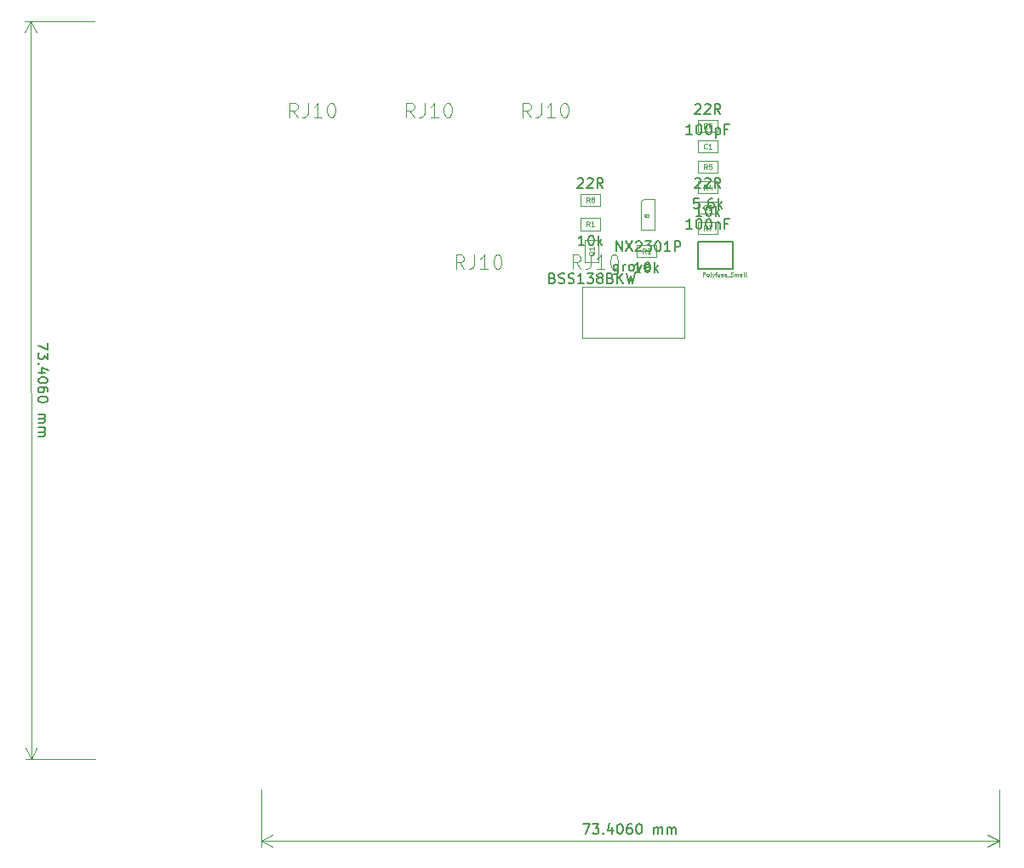
<source format=gbr>
G04 #@! TF.GenerationSoftware,KiCad,Pcbnew,6.0.5-a6ca702e91~116~ubuntu20.04.1*
G04 #@! TF.CreationDate,2022-05-16T19:37:38+02:00*
G04 #@! TF.ProjectId,1w-grove-v0.1,31772d67-726f-4766-952d-76302e312e6b,rev?*
G04 #@! TF.SameCoordinates,Original*
G04 #@! TF.FileFunction,AssemblyDrawing,Top*
%FSLAX46Y46*%
G04 Gerber Fmt 4.6, Leading zero omitted, Abs format (unit mm)*
G04 Created by KiCad (PCBNEW 6.0.5-a6ca702e91~116~ubuntu20.04.1) date 2022-05-16 19:37:38*
%MOMM*%
%LPD*%
G01*
G04 APERTURE LIST*
%ADD10C,0.150000*%
%ADD11C,0.120000*%
%ADD12C,0.080000*%
%ADD13C,0.050000*%
%ADD14C,0.015000*%
%ADD15C,0.100000*%
%ADD16C,0.127000*%
G04 APERTURE END LIST*
D10*
X28864347Y-82075601D02*
X28864529Y-82742267D01*
X27864412Y-82313968D01*
X28864607Y-83027982D02*
X28864775Y-83647029D01*
X28483732Y-83313800D01*
X28483771Y-83456657D01*
X28436178Y-83551908D01*
X28388572Y-83599540D01*
X28293347Y-83647185D01*
X28055251Y-83647250D01*
X27960000Y-83599657D01*
X27912368Y-83552051D01*
X27864723Y-83456826D01*
X27864646Y-83171111D01*
X27912239Y-83075860D01*
X27959845Y-83028228D01*
X27960130Y-84075847D02*
X27912524Y-84123479D01*
X27864892Y-84075873D01*
X27912498Y-84028241D01*
X27960130Y-84075847D01*
X27864892Y-84075873D01*
X28531805Y-84980453D02*
X27865139Y-84980635D01*
X28912693Y-84742254D02*
X28198342Y-84504354D01*
X28198511Y-85123401D01*
X28865333Y-85694648D02*
X28865359Y-85789886D01*
X28817766Y-85885137D01*
X28770160Y-85932769D01*
X28674935Y-85980414D01*
X28484472Y-86028085D01*
X28246376Y-86028150D01*
X28055887Y-85980583D01*
X27960636Y-85932990D01*
X27913004Y-85885384D01*
X27865359Y-85790159D01*
X27865333Y-85694921D01*
X27912926Y-85599670D01*
X27960532Y-85552038D01*
X28055757Y-85504393D01*
X28246221Y-85456722D01*
X28484316Y-85456657D01*
X28674805Y-85504224D01*
X28770056Y-85551817D01*
X28817688Y-85599423D01*
X28865333Y-85694648D01*
X28865657Y-86885124D02*
X28865606Y-86694648D01*
X28817961Y-86599423D01*
X28770329Y-86551817D01*
X28627445Y-86456618D01*
X28436956Y-86409051D01*
X28056004Y-86409155D01*
X27960779Y-86456800D01*
X27913173Y-86504432D01*
X27865580Y-86599683D01*
X27865632Y-86790159D01*
X27913277Y-86885384D01*
X27960909Y-86932990D01*
X28056160Y-86980583D01*
X28294255Y-86980518D01*
X28389480Y-86932873D01*
X28437086Y-86885241D01*
X28484679Y-86789990D01*
X28484627Y-86599514D01*
X28436982Y-86504289D01*
X28389350Y-86456683D01*
X28294099Y-86409090D01*
X28865852Y-87599410D02*
X28865878Y-87694648D01*
X28818285Y-87789899D01*
X28770679Y-87837531D01*
X28675454Y-87885176D01*
X28484991Y-87932847D01*
X28246895Y-87932912D01*
X28056406Y-87885345D01*
X27961155Y-87837752D01*
X27913523Y-87790146D01*
X27865878Y-87694921D01*
X27865852Y-87599683D01*
X27913445Y-87504432D01*
X27961051Y-87456799D01*
X28056276Y-87409154D01*
X28246740Y-87361484D01*
X28484835Y-87361419D01*
X28675324Y-87408986D01*
X28770575Y-87456579D01*
X28818207Y-87504185D01*
X28865852Y-87599410D01*
X27866267Y-89123492D02*
X28532934Y-89123310D01*
X28437696Y-89123336D02*
X28485328Y-89170942D01*
X28532973Y-89266168D01*
X28533012Y-89409025D01*
X28485419Y-89504276D01*
X28390194Y-89551921D01*
X27866384Y-89552063D01*
X28390194Y-89551921D02*
X28485445Y-89599514D01*
X28533090Y-89694739D01*
X28533129Y-89837596D01*
X28485535Y-89932847D01*
X28390310Y-89980492D01*
X27866501Y-89980635D01*
X27866631Y-90456825D02*
X28533297Y-90456644D01*
X28438059Y-90456670D02*
X28485691Y-90504276D01*
X28533336Y-90599501D01*
X28533375Y-90742358D01*
X28485782Y-90837609D01*
X28390557Y-90885254D01*
X27866747Y-90885397D01*
X28390557Y-90885254D02*
X28485808Y-90932847D01*
X28533453Y-91028072D01*
X28533492Y-91170929D01*
X28485899Y-91266180D01*
X28390674Y-91313825D01*
X27866864Y-91313968D01*
D11*
X33508000Y-50038000D02*
X26571580Y-50039890D01*
X33528000Y-123444000D02*
X26591580Y-123445890D01*
X27158000Y-50039730D02*
X27178000Y-123445730D01*
X27158000Y-50039730D02*
X27178000Y-123445730D01*
X27158000Y-50039730D02*
X26571886Y-51166393D01*
X27158000Y-50039730D02*
X27744728Y-51166074D01*
X27178000Y-123445730D02*
X27764114Y-122319067D01*
X27178000Y-123445730D02*
X26591272Y-122319386D01*
D10*
X82074333Y-129874379D02*
X82741000Y-129874379D01*
X82312428Y-130874379D01*
X83026714Y-129874379D02*
X83645761Y-129874379D01*
X83312428Y-130255332D01*
X83455285Y-130255332D01*
X83550523Y-130302951D01*
X83598142Y-130350570D01*
X83645761Y-130445808D01*
X83645761Y-130683903D01*
X83598142Y-130779141D01*
X83550523Y-130826760D01*
X83455285Y-130874379D01*
X83169571Y-130874379D01*
X83074333Y-130826760D01*
X83026714Y-130779141D01*
X84074333Y-130779141D02*
X84121952Y-130826760D01*
X84074333Y-130874379D01*
X84026714Y-130826760D01*
X84074333Y-130779141D01*
X84074333Y-130874379D01*
X84979095Y-130207713D02*
X84979095Y-130874379D01*
X84741000Y-129826760D02*
X84502904Y-130541046D01*
X85121952Y-130541046D01*
X85693380Y-129874379D02*
X85788619Y-129874379D01*
X85883857Y-129921999D01*
X85931476Y-129969618D01*
X85979095Y-130064856D01*
X86026714Y-130255332D01*
X86026714Y-130493427D01*
X85979095Y-130683903D01*
X85931476Y-130779141D01*
X85883857Y-130826760D01*
X85788619Y-130874379D01*
X85693380Y-130874379D01*
X85598142Y-130826760D01*
X85550523Y-130779141D01*
X85502904Y-130683903D01*
X85455285Y-130493427D01*
X85455285Y-130255332D01*
X85502904Y-130064856D01*
X85550523Y-129969618D01*
X85598142Y-129921999D01*
X85693380Y-129874379D01*
X86883857Y-129874379D02*
X86693380Y-129874379D01*
X86598142Y-129921999D01*
X86550523Y-129969618D01*
X86455285Y-130112475D01*
X86407666Y-130302951D01*
X86407666Y-130683903D01*
X86455285Y-130779141D01*
X86502904Y-130826760D01*
X86598142Y-130874379D01*
X86788619Y-130874379D01*
X86883857Y-130826760D01*
X86931476Y-130779141D01*
X86979095Y-130683903D01*
X86979095Y-130445808D01*
X86931476Y-130350570D01*
X86883857Y-130302951D01*
X86788619Y-130255332D01*
X86598142Y-130255332D01*
X86502904Y-130302951D01*
X86455285Y-130350570D01*
X86407666Y-130445808D01*
X87598142Y-129874379D02*
X87693380Y-129874379D01*
X87788619Y-129921999D01*
X87836238Y-129969618D01*
X87883857Y-130064856D01*
X87931476Y-130255332D01*
X87931476Y-130493427D01*
X87883857Y-130683903D01*
X87836238Y-130779141D01*
X87788619Y-130826760D01*
X87693380Y-130874379D01*
X87598142Y-130874379D01*
X87502904Y-130826760D01*
X87455285Y-130779141D01*
X87407666Y-130683903D01*
X87360047Y-130493427D01*
X87360047Y-130255332D01*
X87407666Y-130064856D01*
X87455285Y-129969618D01*
X87502904Y-129921999D01*
X87598142Y-129874379D01*
X89121952Y-130874379D02*
X89121952Y-130207713D01*
X89121952Y-130302951D02*
X89169571Y-130255332D01*
X89264809Y-130207713D01*
X89407666Y-130207713D01*
X89502904Y-130255332D01*
X89550523Y-130350570D01*
X89550523Y-130874379D01*
X89550523Y-130350570D02*
X89598142Y-130255332D01*
X89693380Y-130207713D01*
X89836238Y-130207713D01*
X89931476Y-130255332D01*
X89979095Y-130350570D01*
X89979095Y-130874379D01*
X90455285Y-130874379D02*
X90455285Y-130207713D01*
X90455285Y-130302951D02*
X90502904Y-130255332D01*
X90598142Y-130207713D01*
X90741000Y-130207713D01*
X90836238Y-130255332D01*
X90883857Y-130350570D01*
X90883857Y-130874379D01*
X90883857Y-130350570D02*
X90931476Y-130255332D01*
X91026714Y-130207713D01*
X91169571Y-130207713D01*
X91264809Y-130255332D01*
X91312428Y-130350570D01*
X91312428Y-130874379D01*
D11*
X123444000Y-126492000D02*
X123444000Y-132158419D01*
X50038000Y-126492000D02*
X50038000Y-132158419D01*
X123444000Y-131571999D02*
X50038000Y-131571999D01*
X123444000Y-131571999D02*
X50038000Y-131571999D01*
X123444000Y-131571999D02*
X122317496Y-130985578D01*
X123444000Y-131571999D02*
X122317496Y-132158420D01*
X50038000Y-131571999D02*
X51164504Y-132158420D01*
X50038000Y-131571999D02*
X51164504Y-130985578D01*
D10*
X92940380Y-61286380D02*
X92368952Y-61286380D01*
X92654666Y-61286380D02*
X92654666Y-60286380D01*
X92559428Y-60429238D01*
X92464190Y-60524476D01*
X92368952Y-60572095D01*
X93559428Y-60286380D02*
X93654666Y-60286380D01*
X93749904Y-60334000D01*
X93797523Y-60381619D01*
X93845142Y-60476857D01*
X93892761Y-60667333D01*
X93892761Y-60905428D01*
X93845142Y-61095904D01*
X93797523Y-61191142D01*
X93749904Y-61238761D01*
X93654666Y-61286380D01*
X93559428Y-61286380D01*
X93464190Y-61238761D01*
X93416571Y-61191142D01*
X93368952Y-61095904D01*
X93321333Y-60905428D01*
X93321333Y-60667333D01*
X93368952Y-60476857D01*
X93416571Y-60381619D01*
X93464190Y-60334000D01*
X93559428Y-60286380D01*
X94511809Y-60286380D02*
X94607047Y-60286380D01*
X94702285Y-60334000D01*
X94749904Y-60381619D01*
X94797523Y-60476857D01*
X94845142Y-60667333D01*
X94845142Y-60905428D01*
X94797523Y-61095904D01*
X94749904Y-61191142D01*
X94702285Y-61238761D01*
X94607047Y-61286380D01*
X94511809Y-61286380D01*
X94416571Y-61238761D01*
X94368952Y-61191142D01*
X94321333Y-61095904D01*
X94273714Y-60905428D01*
X94273714Y-60667333D01*
X94321333Y-60476857D01*
X94368952Y-60381619D01*
X94416571Y-60334000D01*
X94511809Y-60286380D01*
X95273714Y-60619714D02*
X95273714Y-61619714D01*
X95273714Y-60667333D02*
X95368952Y-60619714D01*
X95559428Y-60619714D01*
X95654666Y-60667333D01*
X95702285Y-60714952D01*
X95749904Y-60810190D01*
X95749904Y-61095904D01*
X95702285Y-61191142D01*
X95654666Y-61238761D01*
X95559428Y-61286380D01*
X95368952Y-61286380D01*
X95273714Y-61238761D01*
X96511809Y-60762571D02*
X96178476Y-60762571D01*
X96178476Y-61286380D02*
X96178476Y-60286380D01*
X96654666Y-60286380D01*
D12*
X94404666Y-62662571D02*
X94380857Y-62686380D01*
X94309428Y-62710190D01*
X94261809Y-62710190D01*
X94190380Y-62686380D01*
X94142761Y-62638761D01*
X94118952Y-62591142D01*
X94095142Y-62495904D01*
X94095142Y-62424476D01*
X94118952Y-62329238D01*
X94142761Y-62281619D01*
X94190380Y-62234000D01*
X94261809Y-62210190D01*
X94309428Y-62210190D01*
X94380857Y-62234000D01*
X94404666Y-62257809D01*
X94880857Y-62710190D02*
X94595142Y-62710190D01*
X94738000Y-62710190D02*
X94738000Y-62210190D01*
X94690380Y-62281619D01*
X94642761Y-62329238D01*
X94595142Y-62353047D01*
D10*
X92940380Y-70682380D02*
X92368952Y-70682380D01*
X92654666Y-70682380D02*
X92654666Y-69682380D01*
X92559428Y-69825238D01*
X92464190Y-69920476D01*
X92368952Y-69968095D01*
X93559428Y-69682380D02*
X93654666Y-69682380D01*
X93749904Y-69730000D01*
X93797523Y-69777619D01*
X93845142Y-69872857D01*
X93892761Y-70063333D01*
X93892761Y-70301428D01*
X93845142Y-70491904D01*
X93797523Y-70587142D01*
X93749904Y-70634761D01*
X93654666Y-70682380D01*
X93559428Y-70682380D01*
X93464190Y-70634761D01*
X93416571Y-70587142D01*
X93368952Y-70491904D01*
X93321333Y-70301428D01*
X93321333Y-70063333D01*
X93368952Y-69872857D01*
X93416571Y-69777619D01*
X93464190Y-69730000D01*
X93559428Y-69682380D01*
X94511809Y-69682380D02*
X94607047Y-69682380D01*
X94702285Y-69730000D01*
X94749904Y-69777619D01*
X94797523Y-69872857D01*
X94845142Y-70063333D01*
X94845142Y-70301428D01*
X94797523Y-70491904D01*
X94749904Y-70587142D01*
X94702285Y-70634761D01*
X94607047Y-70682380D01*
X94511809Y-70682380D01*
X94416571Y-70634761D01*
X94368952Y-70587142D01*
X94321333Y-70491904D01*
X94273714Y-70301428D01*
X94273714Y-70063333D01*
X94321333Y-69872857D01*
X94368952Y-69777619D01*
X94416571Y-69730000D01*
X94511809Y-69682380D01*
X95273714Y-70015714D02*
X95273714Y-70682380D01*
X95273714Y-70110952D02*
X95321333Y-70063333D01*
X95416571Y-70015714D01*
X95559428Y-70015714D01*
X95654666Y-70063333D01*
X95702285Y-70158571D01*
X95702285Y-70682380D01*
X96511809Y-70158571D02*
X96178476Y-70158571D01*
X96178476Y-70682380D02*
X96178476Y-69682380D01*
X96654666Y-69682380D01*
D12*
X94404666Y-68758571D02*
X94380857Y-68782380D01*
X94309428Y-68806190D01*
X94261809Y-68806190D01*
X94190380Y-68782380D01*
X94142761Y-68734761D01*
X94118952Y-68687142D01*
X94095142Y-68591904D01*
X94095142Y-68520476D01*
X94118952Y-68425238D01*
X94142761Y-68377619D01*
X94190380Y-68330000D01*
X94261809Y-68306190D01*
X94309428Y-68306190D01*
X94380857Y-68330000D01*
X94404666Y-68353809D01*
X94595142Y-68353809D02*
X94618952Y-68330000D01*
X94666571Y-68306190D01*
X94785619Y-68306190D01*
X94833238Y-68330000D01*
X94857047Y-68353809D01*
X94880857Y-68401428D01*
X94880857Y-68449047D01*
X94857047Y-68520476D01*
X94571333Y-68806190D01*
X94880857Y-68806190D01*
D10*
X79050047Y-75576571D02*
X79192904Y-75624190D01*
X79240523Y-75671809D01*
X79288142Y-75767047D01*
X79288142Y-75909904D01*
X79240523Y-76005142D01*
X79192904Y-76052761D01*
X79097666Y-76100380D01*
X78716714Y-76100380D01*
X78716714Y-75100380D01*
X79050047Y-75100380D01*
X79145285Y-75148000D01*
X79192904Y-75195619D01*
X79240523Y-75290857D01*
X79240523Y-75386095D01*
X79192904Y-75481333D01*
X79145285Y-75528952D01*
X79050047Y-75576571D01*
X78716714Y-75576571D01*
X79669095Y-76052761D02*
X79811952Y-76100380D01*
X80050047Y-76100380D01*
X80145285Y-76052761D01*
X80192904Y-76005142D01*
X80240523Y-75909904D01*
X80240523Y-75814666D01*
X80192904Y-75719428D01*
X80145285Y-75671809D01*
X80050047Y-75624190D01*
X79859571Y-75576571D01*
X79764333Y-75528952D01*
X79716714Y-75481333D01*
X79669095Y-75386095D01*
X79669095Y-75290857D01*
X79716714Y-75195619D01*
X79764333Y-75148000D01*
X79859571Y-75100380D01*
X80097666Y-75100380D01*
X80240523Y-75148000D01*
X80621476Y-76052761D02*
X80764333Y-76100380D01*
X81002428Y-76100380D01*
X81097666Y-76052761D01*
X81145285Y-76005142D01*
X81192904Y-75909904D01*
X81192904Y-75814666D01*
X81145285Y-75719428D01*
X81097666Y-75671809D01*
X81002428Y-75624190D01*
X80811952Y-75576571D01*
X80716714Y-75528952D01*
X80669095Y-75481333D01*
X80621476Y-75386095D01*
X80621476Y-75290857D01*
X80669095Y-75195619D01*
X80716714Y-75148000D01*
X80811952Y-75100380D01*
X81050047Y-75100380D01*
X81192904Y-75148000D01*
X82145285Y-76100380D02*
X81573857Y-76100380D01*
X81859571Y-76100380D02*
X81859571Y-75100380D01*
X81764333Y-75243238D01*
X81669095Y-75338476D01*
X81573857Y-75386095D01*
X82478619Y-75100380D02*
X83097666Y-75100380D01*
X82764333Y-75481333D01*
X82907190Y-75481333D01*
X83002428Y-75528952D01*
X83050047Y-75576571D01*
X83097666Y-75671809D01*
X83097666Y-75909904D01*
X83050047Y-76005142D01*
X83002428Y-76052761D01*
X82907190Y-76100380D01*
X82621476Y-76100380D01*
X82526238Y-76052761D01*
X82478619Y-76005142D01*
X83669095Y-75528952D02*
X83573857Y-75481333D01*
X83526238Y-75433714D01*
X83478619Y-75338476D01*
X83478619Y-75290857D01*
X83526238Y-75195619D01*
X83573857Y-75148000D01*
X83669095Y-75100380D01*
X83859571Y-75100380D01*
X83954809Y-75148000D01*
X84002428Y-75195619D01*
X84050047Y-75290857D01*
X84050047Y-75338476D01*
X84002428Y-75433714D01*
X83954809Y-75481333D01*
X83859571Y-75528952D01*
X83669095Y-75528952D01*
X83573857Y-75576571D01*
X83526238Y-75624190D01*
X83478619Y-75719428D01*
X83478619Y-75909904D01*
X83526238Y-76005142D01*
X83573857Y-76052761D01*
X83669095Y-76100380D01*
X83859571Y-76100380D01*
X83954809Y-76052761D01*
X84002428Y-76005142D01*
X84050047Y-75909904D01*
X84050047Y-75719428D01*
X84002428Y-75624190D01*
X83954809Y-75576571D01*
X83859571Y-75528952D01*
X84811952Y-75576571D02*
X84954809Y-75624190D01*
X85002428Y-75671809D01*
X85050047Y-75767047D01*
X85050047Y-75909904D01*
X85002428Y-76005142D01*
X84954809Y-76052761D01*
X84859571Y-76100380D01*
X84478619Y-76100380D01*
X84478619Y-75100380D01*
X84811952Y-75100380D01*
X84907190Y-75148000D01*
X84954809Y-75195619D01*
X85002428Y-75290857D01*
X85002428Y-75386095D01*
X84954809Y-75481333D01*
X84907190Y-75528952D01*
X84811952Y-75576571D01*
X84478619Y-75576571D01*
X85478619Y-76100380D02*
X85478619Y-75100380D01*
X86050047Y-76100380D02*
X85621476Y-75528952D01*
X86050047Y-75100380D02*
X85478619Y-75671809D01*
X86383380Y-75100380D02*
X86621476Y-76100380D01*
X86811952Y-75386095D01*
X87002428Y-76100380D01*
X87240523Y-75100380D01*
D13*
X83204809Y-72945619D02*
X83181000Y-72993238D01*
X83133380Y-73040857D01*
X83061952Y-73112285D01*
X83038142Y-73159904D01*
X83038142Y-73207523D01*
X83157190Y-73183714D02*
X83133380Y-73231333D01*
X83085761Y-73278952D01*
X82990523Y-73302761D01*
X82823857Y-73302761D01*
X82728619Y-73278952D01*
X82681000Y-73231333D01*
X82657190Y-73183714D01*
X82657190Y-73088476D01*
X82681000Y-73040857D01*
X82728619Y-72993238D01*
X82823857Y-72969428D01*
X82990523Y-72969428D01*
X83085761Y-72993238D01*
X83133380Y-73040857D01*
X83157190Y-73088476D01*
X83157190Y-73183714D01*
X83157190Y-72493238D02*
X83157190Y-72778952D01*
X83157190Y-72636095D02*
X82657190Y-72636095D01*
X82728619Y-72683714D01*
X82776238Y-72731333D01*
X82800047Y-72778952D01*
D10*
X85377333Y-72917380D02*
X85377333Y-71917380D01*
X85948761Y-72917380D01*
X85948761Y-71917380D01*
X86329714Y-71917380D02*
X86996380Y-72917380D01*
X86996380Y-71917380D02*
X86329714Y-72917380D01*
X87329714Y-72012619D02*
X87377333Y-71965000D01*
X87472571Y-71917380D01*
X87710666Y-71917380D01*
X87805904Y-71965000D01*
X87853523Y-72012619D01*
X87901142Y-72107857D01*
X87901142Y-72203095D01*
X87853523Y-72345952D01*
X87282095Y-72917380D01*
X87901142Y-72917380D01*
X88234476Y-71917380D02*
X88853523Y-71917380D01*
X88520190Y-72298333D01*
X88663047Y-72298333D01*
X88758285Y-72345952D01*
X88805904Y-72393571D01*
X88853523Y-72488809D01*
X88853523Y-72726904D01*
X88805904Y-72822142D01*
X88758285Y-72869761D01*
X88663047Y-72917380D01*
X88377333Y-72917380D01*
X88282095Y-72869761D01*
X88234476Y-72822142D01*
X89472571Y-71917380D02*
X89567809Y-71917380D01*
X89663047Y-71965000D01*
X89710666Y-72012619D01*
X89758285Y-72107857D01*
X89805904Y-72298333D01*
X89805904Y-72536428D01*
X89758285Y-72726904D01*
X89710666Y-72822142D01*
X89663047Y-72869761D01*
X89567809Y-72917380D01*
X89472571Y-72917380D01*
X89377333Y-72869761D01*
X89329714Y-72822142D01*
X89282095Y-72726904D01*
X89234476Y-72536428D01*
X89234476Y-72298333D01*
X89282095Y-72107857D01*
X89329714Y-72012619D01*
X89377333Y-71965000D01*
X89472571Y-71917380D01*
X90758285Y-72917380D02*
X90186857Y-72917380D01*
X90472571Y-72917380D02*
X90472571Y-71917380D01*
X90377333Y-72060238D01*
X90282095Y-72155476D01*
X90186857Y-72203095D01*
X91186857Y-72917380D02*
X91186857Y-71917380D01*
X91567809Y-71917380D01*
X91663047Y-71965000D01*
X91710666Y-72012619D01*
X91758285Y-72107857D01*
X91758285Y-72250714D01*
X91710666Y-72345952D01*
X91663047Y-72393571D01*
X91567809Y-72441190D01*
X91186857Y-72441190D01*
D13*
X88370190Y-69501904D02*
X88346380Y-69490000D01*
X88322571Y-69466190D01*
X88286857Y-69430476D01*
X88263047Y-69418571D01*
X88239238Y-69418571D01*
X88251142Y-69478095D02*
X88227333Y-69466190D01*
X88203523Y-69442380D01*
X88191619Y-69394761D01*
X88191619Y-69311428D01*
X88203523Y-69263809D01*
X88227333Y-69240000D01*
X88251142Y-69228095D01*
X88298761Y-69228095D01*
X88322571Y-69240000D01*
X88346380Y-69263809D01*
X88358285Y-69311428D01*
X88358285Y-69394761D01*
X88346380Y-69442380D01*
X88322571Y-69466190D01*
X88298761Y-69478095D01*
X88251142Y-69478095D01*
X88453523Y-69251904D02*
X88465428Y-69240000D01*
X88489238Y-69228095D01*
X88548761Y-69228095D01*
X88572571Y-69240000D01*
X88584476Y-69251904D01*
X88596380Y-69275714D01*
X88596380Y-69299523D01*
X88584476Y-69335238D01*
X88441619Y-69478095D01*
X88596380Y-69478095D01*
D10*
X82208761Y-72333380D02*
X81637333Y-72333380D01*
X81923047Y-72333380D02*
X81923047Y-71333380D01*
X81827809Y-71476238D01*
X81732571Y-71571476D01*
X81637333Y-71619095D01*
X82827809Y-71333380D02*
X82923047Y-71333380D01*
X83018285Y-71381000D01*
X83065904Y-71428619D01*
X83113523Y-71523857D01*
X83161142Y-71714333D01*
X83161142Y-71952428D01*
X83113523Y-72142904D01*
X83065904Y-72238142D01*
X83018285Y-72285761D01*
X82923047Y-72333380D01*
X82827809Y-72333380D01*
X82732571Y-72285761D01*
X82684952Y-72238142D01*
X82637333Y-72142904D01*
X82589714Y-71952428D01*
X82589714Y-71714333D01*
X82637333Y-71523857D01*
X82684952Y-71428619D01*
X82732571Y-71381000D01*
X82827809Y-71333380D01*
X83589714Y-72333380D02*
X83589714Y-71333380D01*
X83684952Y-71952428D02*
X83970666Y-72333380D01*
X83970666Y-71666714D02*
X83589714Y-72047666D01*
D12*
X82720666Y-70457190D02*
X82554000Y-70219095D01*
X82434952Y-70457190D02*
X82434952Y-69957190D01*
X82625428Y-69957190D01*
X82673047Y-69981000D01*
X82696857Y-70004809D01*
X82720666Y-70052428D01*
X82720666Y-70123857D01*
X82696857Y-70171476D01*
X82673047Y-70195285D01*
X82625428Y-70219095D01*
X82434952Y-70219095D01*
X83196857Y-70457190D02*
X82911142Y-70457190D01*
X83054000Y-70457190D02*
X83054000Y-69957190D01*
X83006380Y-70028619D01*
X82958761Y-70076238D01*
X82911142Y-70100047D01*
D10*
X87796761Y-75000380D02*
X87225333Y-75000380D01*
X87511047Y-75000380D02*
X87511047Y-74000380D01*
X87415809Y-74143238D01*
X87320571Y-74238476D01*
X87225333Y-74286095D01*
X88415809Y-74000380D02*
X88511047Y-74000380D01*
X88606285Y-74048000D01*
X88653904Y-74095619D01*
X88701523Y-74190857D01*
X88749142Y-74381333D01*
X88749142Y-74619428D01*
X88701523Y-74809904D01*
X88653904Y-74905142D01*
X88606285Y-74952761D01*
X88511047Y-75000380D01*
X88415809Y-75000380D01*
X88320571Y-74952761D01*
X88272952Y-74905142D01*
X88225333Y-74809904D01*
X88177714Y-74619428D01*
X88177714Y-74381333D01*
X88225333Y-74190857D01*
X88272952Y-74095619D01*
X88320571Y-74048000D01*
X88415809Y-74000380D01*
X89177714Y-75000380D02*
X89177714Y-74000380D01*
X89272952Y-74619428D02*
X89558666Y-75000380D01*
X89558666Y-74333714D02*
X89177714Y-74714666D01*
D12*
X88308666Y-73124190D02*
X88142000Y-72886095D01*
X88022952Y-73124190D02*
X88022952Y-72624190D01*
X88213428Y-72624190D01*
X88261047Y-72648000D01*
X88284857Y-72671809D01*
X88308666Y-72719428D01*
X88308666Y-72790857D01*
X88284857Y-72838476D01*
X88261047Y-72862285D01*
X88213428Y-72886095D01*
X88022952Y-72886095D01*
X88499142Y-72671809D02*
X88522952Y-72648000D01*
X88570571Y-72624190D01*
X88689619Y-72624190D01*
X88737238Y-72648000D01*
X88761047Y-72671809D01*
X88784857Y-72719428D01*
X88784857Y-72767047D01*
X88761047Y-72838476D01*
X88475333Y-73124190D01*
X88784857Y-73124190D01*
D10*
X93607047Y-67650380D02*
X93130857Y-67650380D01*
X93083238Y-68126571D01*
X93130857Y-68078952D01*
X93226095Y-68031333D01*
X93464190Y-68031333D01*
X93559428Y-68078952D01*
X93607047Y-68126571D01*
X93654666Y-68221809D01*
X93654666Y-68459904D01*
X93607047Y-68555142D01*
X93559428Y-68602761D01*
X93464190Y-68650380D01*
X93226095Y-68650380D01*
X93130857Y-68602761D01*
X93083238Y-68555142D01*
X94083238Y-68555142D02*
X94130857Y-68602761D01*
X94083238Y-68650380D01*
X94035619Y-68602761D01*
X94083238Y-68555142D01*
X94083238Y-68650380D01*
X94988000Y-67650380D02*
X94797523Y-67650380D01*
X94702285Y-67698000D01*
X94654666Y-67745619D01*
X94559428Y-67888476D01*
X94511809Y-68078952D01*
X94511809Y-68459904D01*
X94559428Y-68555142D01*
X94607047Y-68602761D01*
X94702285Y-68650380D01*
X94892761Y-68650380D01*
X94988000Y-68602761D01*
X95035619Y-68555142D01*
X95083238Y-68459904D01*
X95083238Y-68221809D01*
X95035619Y-68126571D01*
X94988000Y-68078952D01*
X94892761Y-68031333D01*
X94702285Y-68031333D01*
X94607047Y-68078952D01*
X94559428Y-68126571D01*
X94511809Y-68221809D01*
X95511809Y-68650380D02*
X95511809Y-67650380D01*
X95607047Y-68269428D02*
X95892761Y-68650380D01*
X95892761Y-67983714D02*
X95511809Y-68364666D01*
D12*
X94404666Y-66774190D02*
X94238000Y-66536095D01*
X94118952Y-66774190D02*
X94118952Y-66274190D01*
X94309428Y-66274190D01*
X94357047Y-66298000D01*
X94380857Y-66321809D01*
X94404666Y-66369428D01*
X94404666Y-66440857D01*
X94380857Y-66488476D01*
X94357047Y-66512285D01*
X94309428Y-66536095D01*
X94118952Y-66536095D01*
X94833238Y-66440857D02*
X94833238Y-66774190D01*
X94714190Y-66250380D02*
X94595142Y-66607523D01*
X94904666Y-66607523D01*
D10*
X93226095Y-65713619D02*
X93273714Y-65666000D01*
X93368952Y-65618380D01*
X93607047Y-65618380D01*
X93702285Y-65666000D01*
X93749904Y-65713619D01*
X93797523Y-65808857D01*
X93797523Y-65904095D01*
X93749904Y-66046952D01*
X93178476Y-66618380D01*
X93797523Y-66618380D01*
X94178476Y-65713619D02*
X94226095Y-65666000D01*
X94321333Y-65618380D01*
X94559428Y-65618380D01*
X94654666Y-65666000D01*
X94702285Y-65713619D01*
X94749904Y-65808857D01*
X94749904Y-65904095D01*
X94702285Y-66046952D01*
X94130857Y-66618380D01*
X94749904Y-66618380D01*
X95749904Y-66618380D02*
X95416571Y-66142190D01*
X95178476Y-66618380D02*
X95178476Y-65618380D01*
X95559428Y-65618380D01*
X95654666Y-65666000D01*
X95702285Y-65713619D01*
X95749904Y-65808857D01*
X95749904Y-65951714D01*
X95702285Y-66046952D01*
X95654666Y-66094571D01*
X95559428Y-66142190D01*
X95178476Y-66142190D01*
D12*
X94404666Y-64742190D02*
X94238000Y-64504095D01*
X94118952Y-64742190D02*
X94118952Y-64242190D01*
X94309428Y-64242190D01*
X94357047Y-64266000D01*
X94380857Y-64289809D01*
X94404666Y-64337428D01*
X94404666Y-64408857D01*
X94380857Y-64456476D01*
X94357047Y-64480285D01*
X94309428Y-64504095D01*
X94118952Y-64504095D01*
X94857047Y-64242190D02*
X94618952Y-64242190D01*
X94595142Y-64480285D01*
X94618952Y-64456476D01*
X94666571Y-64432666D01*
X94785619Y-64432666D01*
X94833238Y-64456476D01*
X94857047Y-64480285D01*
X94880857Y-64527904D01*
X94880857Y-64646952D01*
X94857047Y-64694571D01*
X94833238Y-64718380D01*
X94785619Y-64742190D01*
X94666571Y-64742190D01*
X94618952Y-64718380D01*
X94595142Y-64694571D01*
D10*
X93226095Y-58349619D02*
X93273714Y-58302000D01*
X93368952Y-58254380D01*
X93607047Y-58254380D01*
X93702285Y-58302000D01*
X93749904Y-58349619D01*
X93797523Y-58444857D01*
X93797523Y-58540095D01*
X93749904Y-58682952D01*
X93178476Y-59254380D01*
X93797523Y-59254380D01*
X94178476Y-58349619D02*
X94226095Y-58302000D01*
X94321333Y-58254380D01*
X94559428Y-58254380D01*
X94654666Y-58302000D01*
X94702285Y-58349619D01*
X94749904Y-58444857D01*
X94749904Y-58540095D01*
X94702285Y-58682952D01*
X94130857Y-59254380D01*
X94749904Y-59254380D01*
X95749904Y-59254380D02*
X95416571Y-58778190D01*
X95178476Y-59254380D02*
X95178476Y-58254380D01*
X95559428Y-58254380D01*
X95654666Y-58302000D01*
X95702285Y-58349619D01*
X95749904Y-58444857D01*
X95749904Y-58587714D01*
X95702285Y-58682952D01*
X95654666Y-58730571D01*
X95559428Y-58778190D01*
X95178476Y-58778190D01*
D12*
X94404666Y-60678190D02*
X94238000Y-60440095D01*
X94118952Y-60678190D02*
X94118952Y-60178190D01*
X94309428Y-60178190D01*
X94357047Y-60202000D01*
X94380857Y-60225809D01*
X94404666Y-60273428D01*
X94404666Y-60344857D01*
X94380857Y-60392476D01*
X94357047Y-60416285D01*
X94309428Y-60440095D01*
X94118952Y-60440095D01*
X94833238Y-60178190D02*
X94738000Y-60178190D01*
X94690380Y-60202000D01*
X94666571Y-60225809D01*
X94618952Y-60297238D01*
X94595142Y-60392476D01*
X94595142Y-60582952D01*
X94618952Y-60630571D01*
X94642761Y-60654380D01*
X94690380Y-60678190D01*
X94785619Y-60678190D01*
X94833238Y-60654380D01*
X94857047Y-60630571D01*
X94880857Y-60582952D01*
X94880857Y-60463904D01*
X94857047Y-60416285D01*
X94833238Y-60392476D01*
X94785619Y-60368666D01*
X94690380Y-60368666D01*
X94642761Y-60392476D01*
X94618952Y-60416285D01*
X94595142Y-60463904D01*
D10*
X81542095Y-65715619D02*
X81589714Y-65668000D01*
X81684952Y-65620380D01*
X81923047Y-65620380D01*
X82018285Y-65668000D01*
X82065904Y-65715619D01*
X82113523Y-65810857D01*
X82113523Y-65906095D01*
X82065904Y-66048952D01*
X81494476Y-66620380D01*
X82113523Y-66620380D01*
X82494476Y-65715619D02*
X82542095Y-65668000D01*
X82637333Y-65620380D01*
X82875428Y-65620380D01*
X82970666Y-65668000D01*
X83018285Y-65715619D01*
X83065904Y-65810857D01*
X83065904Y-65906095D01*
X83018285Y-66048952D01*
X82446857Y-66620380D01*
X83065904Y-66620380D01*
X84065904Y-66620380D02*
X83732571Y-66144190D01*
X83494476Y-66620380D02*
X83494476Y-65620380D01*
X83875428Y-65620380D01*
X83970666Y-65668000D01*
X84018285Y-65715619D01*
X84065904Y-65810857D01*
X84065904Y-65953714D01*
X84018285Y-66048952D01*
X83970666Y-66096571D01*
X83875428Y-66144190D01*
X83494476Y-66144190D01*
D12*
X82720666Y-68044190D02*
X82554000Y-67806095D01*
X82434952Y-68044190D02*
X82434952Y-67544190D01*
X82625428Y-67544190D01*
X82673047Y-67568000D01*
X82696857Y-67591809D01*
X82720666Y-67639428D01*
X82720666Y-67710857D01*
X82696857Y-67758476D01*
X82673047Y-67782285D01*
X82625428Y-67806095D01*
X82434952Y-67806095D01*
X83006380Y-67758476D02*
X82958761Y-67734666D01*
X82934952Y-67710857D01*
X82911142Y-67663238D01*
X82911142Y-67639428D01*
X82934952Y-67591809D01*
X82958761Y-67568000D01*
X83006380Y-67544190D01*
X83101619Y-67544190D01*
X83149238Y-67568000D01*
X83173047Y-67591809D01*
X83196857Y-67639428D01*
X83196857Y-67663238D01*
X83173047Y-67710857D01*
X83149238Y-67734666D01*
X83101619Y-67758476D01*
X83006380Y-67758476D01*
X82958761Y-67782285D01*
X82934952Y-67806095D01*
X82911142Y-67853714D01*
X82911142Y-67948952D01*
X82934952Y-67996571D01*
X82958761Y-68020380D01*
X83006380Y-68044190D01*
X83101619Y-68044190D01*
X83149238Y-68020380D01*
X83173047Y-67996571D01*
X83196857Y-67948952D01*
X83196857Y-67853714D01*
X83173047Y-67806095D01*
X83149238Y-67782285D01*
X83101619Y-67758476D01*
D14*
X65296853Y-59565412D02*
X64829473Y-58897725D01*
X64495629Y-59565412D02*
X64495629Y-58163270D01*
X65029779Y-58163270D01*
X65163316Y-58230039D01*
X65230085Y-58296807D01*
X65296853Y-58430345D01*
X65296853Y-58630651D01*
X65230085Y-58764188D01*
X65163316Y-58830957D01*
X65029779Y-58897725D01*
X64495629Y-58897725D01*
X66298383Y-58163270D02*
X66298383Y-59164800D01*
X66231615Y-59365106D01*
X66098077Y-59498643D01*
X65897771Y-59565412D01*
X65764234Y-59565412D01*
X67700525Y-59565412D02*
X66899301Y-59565412D01*
X67299913Y-59565412D02*
X67299913Y-58163270D01*
X67166376Y-58363576D01*
X67032839Y-58497113D01*
X66899301Y-58563882D01*
X68568518Y-58163270D02*
X68702055Y-58163270D01*
X68835593Y-58230039D01*
X68902361Y-58296807D01*
X68969130Y-58430345D01*
X69035899Y-58697419D01*
X69035899Y-59031263D01*
X68969130Y-59298337D01*
X68902361Y-59431875D01*
X68835593Y-59498643D01*
X68702055Y-59565412D01*
X68568518Y-59565412D01*
X68434981Y-59498643D01*
X68368212Y-59431875D01*
X68301443Y-59298337D01*
X68234675Y-59031263D01*
X68234675Y-58697419D01*
X68301443Y-58430345D01*
X68368212Y-58296807D01*
X68434981Y-58230039D01*
X68568518Y-58163270D01*
X76896853Y-59565412D02*
X76429473Y-58897725D01*
X76095629Y-59565412D02*
X76095629Y-58163270D01*
X76629779Y-58163270D01*
X76763316Y-58230039D01*
X76830085Y-58296807D01*
X76896853Y-58430345D01*
X76896853Y-58630651D01*
X76830085Y-58764188D01*
X76763316Y-58830957D01*
X76629779Y-58897725D01*
X76095629Y-58897725D01*
X77898383Y-58163270D02*
X77898383Y-59164800D01*
X77831615Y-59365106D01*
X77698077Y-59498643D01*
X77497771Y-59565412D01*
X77364234Y-59565412D01*
X79300525Y-59565412D02*
X78499301Y-59565412D01*
X78899913Y-59565412D02*
X78899913Y-58163270D01*
X78766376Y-58363576D01*
X78632839Y-58497113D01*
X78499301Y-58563882D01*
X80168518Y-58163270D02*
X80302055Y-58163270D01*
X80435593Y-58230039D01*
X80502361Y-58296807D01*
X80569130Y-58430345D01*
X80635899Y-58697419D01*
X80635899Y-59031263D01*
X80569130Y-59298337D01*
X80502361Y-59431875D01*
X80435593Y-59498643D01*
X80302055Y-59565412D01*
X80168518Y-59565412D01*
X80034981Y-59498643D01*
X79968212Y-59431875D01*
X79901443Y-59298337D01*
X79834675Y-59031263D01*
X79834675Y-58697419D01*
X79901443Y-58430345D01*
X79968212Y-58296807D01*
X80034981Y-58230039D01*
X80168518Y-58163270D01*
X70232093Y-74673192D02*
X69764713Y-74005505D01*
X69430869Y-74673192D02*
X69430869Y-73271050D01*
X69965019Y-73271050D01*
X70098556Y-73337819D01*
X70165325Y-73404587D01*
X70232093Y-73538125D01*
X70232093Y-73738431D01*
X70165325Y-73871968D01*
X70098556Y-73938737D01*
X69965019Y-74005505D01*
X69430869Y-74005505D01*
X71233623Y-73271050D02*
X71233623Y-74272580D01*
X71166855Y-74472886D01*
X71033317Y-74606423D01*
X70833011Y-74673192D01*
X70699474Y-74673192D01*
X72635765Y-74673192D02*
X71834541Y-74673192D01*
X72235153Y-74673192D02*
X72235153Y-73271050D01*
X72101616Y-73471356D01*
X71968079Y-73604893D01*
X71834541Y-73671662D01*
X73503758Y-73271050D02*
X73637295Y-73271050D01*
X73770833Y-73337819D01*
X73837601Y-73404587D01*
X73904370Y-73538125D01*
X73971139Y-73805199D01*
X73971139Y-74139043D01*
X73904370Y-74406117D01*
X73837601Y-74539655D01*
X73770833Y-74606423D01*
X73637295Y-74673192D01*
X73503758Y-74673192D01*
X73370221Y-74606423D01*
X73303452Y-74539655D01*
X73236683Y-74406117D01*
X73169915Y-74139043D01*
X73169915Y-73805199D01*
X73236683Y-73538125D01*
X73303452Y-73404587D01*
X73370221Y-73337819D01*
X73503758Y-73271050D01*
X94002766Y-75407102D02*
X94002766Y-75013401D01*
X94152747Y-75013401D01*
X94190242Y-75032149D01*
X94208990Y-75050897D01*
X94227738Y-75088392D01*
X94227738Y-75144635D01*
X94208990Y-75182130D01*
X94190242Y-75200878D01*
X94152747Y-75219626D01*
X94002766Y-75219626D01*
X94452710Y-75407102D02*
X94415214Y-75388355D01*
X94396467Y-75369607D01*
X94377719Y-75332112D01*
X94377719Y-75219626D01*
X94396467Y-75182130D01*
X94415214Y-75163383D01*
X94452710Y-75144635D01*
X94508953Y-75144635D01*
X94546448Y-75163383D01*
X94565196Y-75182130D01*
X94583943Y-75219626D01*
X94583943Y-75332112D01*
X94565196Y-75369607D01*
X94546448Y-75388355D01*
X94508953Y-75407102D01*
X94452710Y-75407102D01*
X94808915Y-75407102D02*
X94771420Y-75388355D01*
X94752672Y-75350859D01*
X94752672Y-75013401D01*
X94921401Y-75144635D02*
X95015140Y-75407102D01*
X95108878Y-75144635D02*
X95015140Y-75407102D01*
X94977644Y-75500841D01*
X94958897Y-75519588D01*
X94921401Y-75538336D01*
X95202616Y-75144635D02*
X95352598Y-75144635D01*
X95258859Y-75407102D02*
X95258859Y-75069644D01*
X95277607Y-75032149D01*
X95315102Y-75013401D01*
X95352598Y-75013401D01*
X95652560Y-75144635D02*
X95652560Y-75407102D01*
X95483831Y-75144635D02*
X95483831Y-75350859D01*
X95502579Y-75388355D01*
X95540074Y-75407102D01*
X95596317Y-75407102D01*
X95633813Y-75388355D01*
X95652560Y-75369607D01*
X95821289Y-75388355D02*
X95858785Y-75407102D01*
X95933775Y-75407102D01*
X95971271Y-75388355D01*
X95990018Y-75350859D01*
X95990018Y-75332112D01*
X95971271Y-75294616D01*
X95933775Y-75275869D01*
X95877532Y-75275869D01*
X95840037Y-75257121D01*
X95821289Y-75219626D01*
X95821289Y-75200878D01*
X95840037Y-75163383D01*
X95877532Y-75144635D01*
X95933775Y-75144635D01*
X95971271Y-75163383D01*
X96308729Y-75388355D02*
X96271233Y-75407102D01*
X96196243Y-75407102D01*
X96158747Y-75388355D01*
X96140000Y-75350859D01*
X96140000Y-75200878D01*
X96158747Y-75163383D01*
X96196243Y-75144635D01*
X96271233Y-75144635D01*
X96308729Y-75163383D01*
X96327476Y-75200878D01*
X96327476Y-75238373D01*
X96140000Y-75275869D01*
X96402467Y-75444598D02*
X96702430Y-75444598D01*
X96777420Y-75388355D02*
X96833663Y-75407102D01*
X96927402Y-75407102D01*
X96964897Y-75388355D01*
X96983645Y-75369607D01*
X97002392Y-75332112D01*
X97002392Y-75294616D01*
X96983645Y-75257121D01*
X96964897Y-75238373D01*
X96927402Y-75219626D01*
X96852411Y-75200878D01*
X96814916Y-75182130D01*
X96796168Y-75163383D01*
X96777420Y-75125887D01*
X96777420Y-75088392D01*
X96796168Y-75050897D01*
X96814916Y-75032149D01*
X96852411Y-75013401D01*
X96946149Y-75013401D01*
X97002392Y-75032149D01*
X97171121Y-75407102D02*
X97171121Y-75144635D01*
X97171121Y-75182130D02*
X97189869Y-75163383D01*
X97227364Y-75144635D01*
X97283607Y-75144635D01*
X97321103Y-75163383D01*
X97339850Y-75200878D01*
X97339850Y-75407102D01*
X97339850Y-75200878D02*
X97358598Y-75163383D01*
X97396093Y-75144635D01*
X97452336Y-75144635D01*
X97489832Y-75163383D01*
X97508579Y-75200878D01*
X97508579Y-75407102D01*
X97864785Y-75407102D02*
X97864785Y-75200878D01*
X97846037Y-75163383D01*
X97808542Y-75144635D01*
X97733551Y-75144635D01*
X97696056Y-75163383D01*
X97864785Y-75388355D02*
X97827290Y-75407102D01*
X97733551Y-75407102D01*
X97696056Y-75388355D01*
X97677308Y-75350859D01*
X97677308Y-75313364D01*
X97696056Y-75275869D01*
X97733551Y-75257121D01*
X97827290Y-75257121D01*
X97864785Y-75238373D01*
X98108505Y-75407102D02*
X98071009Y-75388355D01*
X98052262Y-75350859D01*
X98052262Y-75013401D01*
X98314729Y-75407102D02*
X98277234Y-75388355D01*
X98258486Y-75350859D01*
X98258486Y-75013401D01*
X53696853Y-59565412D02*
X53229473Y-58897725D01*
X52895629Y-59565412D02*
X52895629Y-58163270D01*
X53429779Y-58163270D01*
X53563316Y-58230039D01*
X53630085Y-58296807D01*
X53696853Y-58430345D01*
X53696853Y-58630651D01*
X53630085Y-58764188D01*
X53563316Y-58830957D01*
X53429779Y-58897725D01*
X52895629Y-58897725D01*
X54698383Y-58163270D02*
X54698383Y-59164800D01*
X54631615Y-59365106D01*
X54498077Y-59498643D01*
X54297771Y-59565412D01*
X54164234Y-59565412D01*
X56100525Y-59565412D02*
X55299301Y-59565412D01*
X55699913Y-59565412D02*
X55699913Y-58163270D01*
X55566376Y-58363576D01*
X55432839Y-58497113D01*
X55299301Y-58563882D01*
X56968518Y-58163270D02*
X57102055Y-58163270D01*
X57235593Y-58230039D01*
X57302361Y-58296807D01*
X57369130Y-58430345D01*
X57435899Y-58697419D01*
X57435899Y-59031263D01*
X57369130Y-59298337D01*
X57302361Y-59431875D01*
X57235593Y-59498643D01*
X57102055Y-59565412D01*
X56968518Y-59565412D01*
X56834981Y-59498643D01*
X56768212Y-59431875D01*
X56701443Y-59298337D01*
X56634675Y-59031263D01*
X56634675Y-58697419D01*
X56701443Y-58430345D01*
X56768212Y-58296807D01*
X56834981Y-58230039D01*
X56968518Y-58163270D01*
D10*
X85569857Y-74214714D02*
X85569857Y-75024238D01*
X85522238Y-75119476D01*
X85474619Y-75167095D01*
X85379380Y-75214714D01*
X85236523Y-75214714D01*
X85141285Y-75167095D01*
X85569857Y-74833761D02*
X85474619Y-74881380D01*
X85284142Y-74881380D01*
X85188904Y-74833761D01*
X85141285Y-74786142D01*
X85093666Y-74690904D01*
X85093666Y-74405190D01*
X85141285Y-74309952D01*
X85188904Y-74262333D01*
X85284142Y-74214714D01*
X85474619Y-74214714D01*
X85569857Y-74262333D01*
X86046047Y-74881380D02*
X86046047Y-74214714D01*
X86046047Y-74405190D02*
X86093666Y-74309952D01*
X86141285Y-74262333D01*
X86236523Y-74214714D01*
X86331761Y-74214714D01*
X86807952Y-74881380D02*
X86712714Y-74833761D01*
X86665095Y-74786142D01*
X86617476Y-74690904D01*
X86617476Y-74405190D01*
X86665095Y-74309952D01*
X86712714Y-74262333D01*
X86807952Y-74214714D01*
X86950809Y-74214714D01*
X87046047Y-74262333D01*
X87093666Y-74309952D01*
X87141285Y-74405190D01*
X87141285Y-74690904D01*
X87093666Y-74786142D01*
X87046047Y-74833761D01*
X86950809Y-74881380D01*
X86807952Y-74881380D01*
X87474619Y-74214714D02*
X87712714Y-74881380D01*
X87950809Y-74214714D01*
X88712714Y-74833761D02*
X88617476Y-74881380D01*
X88427000Y-74881380D01*
X88331761Y-74833761D01*
X88284142Y-74738523D01*
X88284142Y-74357571D01*
X88331761Y-74262333D01*
X88427000Y-74214714D01*
X88617476Y-74214714D01*
X88712714Y-74262333D01*
X88760333Y-74357571D01*
X88760333Y-74452809D01*
X88284142Y-74548047D01*
X93892761Y-69414380D02*
X93321333Y-69414380D01*
X93607047Y-69414380D02*
X93607047Y-68414380D01*
X93511809Y-68557238D01*
X93416571Y-68652476D01*
X93321333Y-68700095D01*
X94511809Y-68414380D02*
X94607047Y-68414380D01*
X94702285Y-68462000D01*
X94749904Y-68509619D01*
X94797523Y-68604857D01*
X94845142Y-68795333D01*
X94845142Y-69033428D01*
X94797523Y-69223904D01*
X94749904Y-69319142D01*
X94702285Y-69366761D01*
X94607047Y-69414380D01*
X94511809Y-69414380D01*
X94416571Y-69366761D01*
X94368952Y-69319142D01*
X94321333Y-69223904D01*
X94273714Y-69033428D01*
X94273714Y-68795333D01*
X94321333Y-68604857D01*
X94368952Y-68509619D01*
X94416571Y-68462000D01*
X94511809Y-68414380D01*
X95273714Y-69414380D02*
X95273714Y-68414380D01*
X95368952Y-69033428D02*
X95654666Y-69414380D01*
X95654666Y-68747714D02*
X95273714Y-69128666D01*
D12*
X94404666Y-70838190D02*
X94238000Y-70600095D01*
X94118952Y-70838190D02*
X94118952Y-70338190D01*
X94309428Y-70338190D01*
X94357047Y-70362000D01*
X94380857Y-70385809D01*
X94404666Y-70433428D01*
X94404666Y-70504857D01*
X94380857Y-70552476D01*
X94357047Y-70576285D01*
X94309428Y-70600095D01*
X94118952Y-70600095D01*
X94571333Y-70338190D02*
X94904666Y-70338190D01*
X94690380Y-70838190D01*
D14*
X81832093Y-74673192D02*
X81364713Y-74005505D01*
X81030869Y-74673192D02*
X81030869Y-73271050D01*
X81565019Y-73271050D01*
X81698556Y-73337819D01*
X81765325Y-73404587D01*
X81832093Y-73538125D01*
X81832093Y-73738431D01*
X81765325Y-73871968D01*
X81698556Y-73938737D01*
X81565019Y-74005505D01*
X81030869Y-74005505D01*
X82833623Y-73271050D02*
X82833623Y-74272580D01*
X82766855Y-74472886D01*
X82633317Y-74606423D01*
X82433011Y-74673192D01*
X82299474Y-74673192D01*
X84235765Y-74673192D02*
X83434541Y-74673192D01*
X83835153Y-74673192D02*
X83835153Y-73271050D01*
X83701616Y-73471356D01*
X83568079Y-73604893D01*
X83434541Y-73671662D01*
X85103758Y-73271050D02*
X85237295Y-73271050D01*
X85370833Y-73337819D01*
X85437601Y-73404587D01*
X85504370Y-73538125D01*
X85571139Y-73805199D01*
X85571139Y-74139043D01*
X85504370Y-74406117D01*
X85437601Y-74539655D01*
X85370833Y-74606423D01*
X85237295Y-74673192D01*
X85103758Y-74673192D01*
X84970221Y-74606423D01*
X84903452Y-74539655D01*
X84836683Y-74406117D01*
X84769915Y-74139043D01*
X84769915Y-73805199D01*
X84836683Y-73538125D01*
X84903452Y-73404587D01*
X84970221Y-73337819D01*
X85103758Y-73271050D01*
D15*
X93488000Y-63084000D02*
X93488000Y-61884000D01*
X93488000Y-61884000D02*
X95488000Y-61884000D01*
X95488000Y-63084000D02*
X93488000Y-63084000D01*
X95488000Y-61884000D02*
X95488000Y-63084000D01*
X93488000Y-69180000D02*
X93488000Y-67980000D01*
X95488000Y-67980000D02*
X95488000Y-69180000D01*
X93488000Y-67980000D02*
X95488000Y-67980000D01*
X95488000Y-69180000D02*
X93488000Y-69180000D01*
X83606000Y-71798000D02*
X83606000Y-73998000D01*
X82256000Y-71798000D02*
X82256000Y-73998000D01*
X82256000Y-73998000D02*
X83606000Y-73998000D01*
X82256000Y-71798000D02*
X83606000Y-71798000D01*
X88094000Y-67690000D02*
X87819000Y-67890000D01*
X87819000Y-70735000D02*
X89219000Y-70735000D01*
X88094000Y-67690000D02*
X89219000Y-67690000D01*
X89219000Y-70735000D02*
X89219000Y-67695000D01*
X87819000Y-67890000D02*
X87819000Y-70740000D01*
X81804000Y-69631000D02*
X83804000Y-69631000D01*
X81804000Y-70831000D02*
X81804000Y-69631000D01*
X83804000Y-70831000D02*
X81804000Y-70831000D01*
X83804000Y-69631000D02*
X83804000Y-70831000D01*
X89392000Y-73498000D02*
X87392000Y-73498000D01*
X87392000Y-72298000D02*
X89392000Y-72298000D01*
X89392000Y-72298000D02*
X89392000Y-73498000D01*
X87392000Y-73498000D02*
X87392000Y-72298000D01*
X95488000Y-65948000D02*
X95488000Y-67148000D01*
X95488000Y-67148000D02*
X93488000Y-67148000D01*
X93488000Y-67148000D02*
X93488000Y-65948000D01*
X93488000Y-65948000D02*
X95488000Y-65948000D01*
X95488000Y-63916000D02*
X95488000Y-65116000D01*
X95488000Y-65116000D02*
X93488000Y-65116000D01*
X93488000Y-63916000D02*
X95488000Y-63916000D01*
X93488000Y-65116000D02*
X93488000Y-63916000D01*
X93488000Y-59852000D02*
X95488000Y-59852000D01*
X95488000Y-61052000D02*
X93488000Y-61052000D01*
X93488000Y-61052000D02*
X93488000Y-59852000D01*
X95488000Y-59852000D02*
X95488000Y-61052000D01*
X83804000Y-68418000D02*
X81804000Y-68418000D01*
X81804000Y-68418000D02*
X81804000Y-67218000D01*
X83804000Y-67218000D02*
X83804000Y-68418000D01*
X81804000Y-67218000D02*
X83804000Y-67218000D01*
D16*
X97000000Y-74629000D02*
X93500000Y-74629000D01*
X93500000Y-74629000D02*
X93500000Y-71929000D01*
X97000000Y-71929000D02*
X93500000Y-71929000D01*
X97000000Y-74629000D02*
X97000000Y-71929000D01*
D15*
X81997000Y-76419000D02*
X92197000Y-76419000D01*
X92197000Y-76419000D02*
X92197000Y-81519000D01*
X81997000Y-81519000D02*
X81997000Y-76419000D01*
X92197000Y-81519000D02*
X81997000Y-81519000D01*
X95488000Y-70012000D02*
X95488000Y-71212000D01*
X93488000Y-70012000D02*
X95488000Y-70012000D01*
X93488000Y-71212000D02*
X93488000Y-70012000D01*
X95488000Y-71212000D02*
X93488000Y-71212000D01*
M02*

</source>
